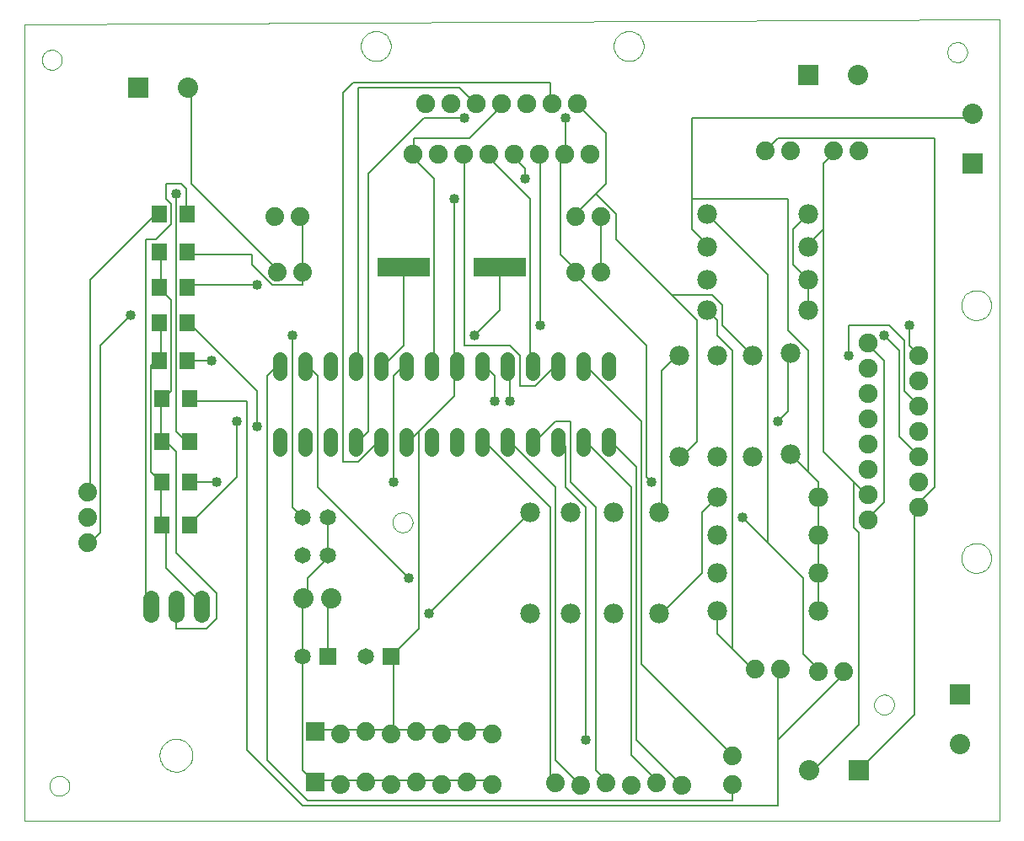
<source format=gtl>
G75*
G70*
%OFA0B0*%
%FSLAX24Y24*%
%IPPOS*%
%LPD*%
%AMOC8*
5,1,8,0,0,1.08239X$1,22.5*
%
%ADD10C,0.0000*%
%ADD11C,0.0560*%
%ADD12R,0.2100X0.0760*%
%ADD13C,0.0650*%
%ADD14C,0.0640*%
%ADD15C,0.0800*%
%ADD16R,0.0650X0.0650*%
%ADD17R,0.0800X0.0800*%
%ADD18C,0.0740*%
%ADD19R,0.0630X0.0709*%
%ADD20C,0.0748*%
%ADD21C,0.0780*%
%ADD22R,0.0740X0.0740*%
%ADD23C,0.0080*%
%ADD24C,0.0400*%
D10*
X000101Y000101D02*
X000101Y031597D01*
X038671Y031797D01*
X038671Y000101D01*
X000101Y000101D01*
X001094Y001488D02*
X001096Y001527D01*
X001102Y001566D01*
X001112Y001604D01*
X001125Y001641D01*
X001142Y001676D01*
X001162Y001710D01*
X001186Y001741D01*
X001213Y001770D01*
X001242Y001796D01*
X001274Y001819D01*
X001308Y001839D01*
X001344Y001855D01*
X001381Y001867D01*
X001420Y001876D01*
X001459Y001881D01*
X001498Y001882D01*
X001537Y001879D01*
X001576Y001872D01*
X001613Y001861D01*
X001650Y001847D01*
X001685Y001829D01*
X001718Y001808D01*
X001749Y001783D01*
X001777Y001756D01*
X001802Y001726D01*
X001824Y001693D01*
X001843Y001659D01*
X001858Y001623D01*
X001870Y001585D01*
X001878Y001547D01*
X001882Y001508D01*
X001882Y001468D01*
X001878Y001429D01*
X001870Y001391D01*
X001858Y001353D01*
X001843Y001317D01*
X001824Y001283D01*
X001802Y001250D01*
X001777Y001220D01*
X001749Y001193D01*
X001718Y001168D01*
X001685Y001147D01*
X001650Y001129D01*
X001613Y001115D01*
X001576Y001104D01*
X001537Y001097D01*
X001498Y001094D01*
X001459Y001095D01*
X001420Y001100D01*
X001381Y001109D01*
X001344Y001121D01*
X001308Y001137D01*
X001274Y001157D01*
X001242Y001180D01*
X001213Y001206D01*
X001186Y001235D01*
X001162Y001266D01*
X001142Y001300D01*
X001125Y001335D01*
X001112Y001372D01*
X001102Y001410D01*
X001096Y001449D01*
X001094Y001488D01*
X005451Y002701D02*
X005453Y002751D01*
X005459Y002801D01*
X005469Y002851D01*
X005482Y002899D01*
X005499Y002947D01*
X005520Y002993D01*
X005544Y003037D01*
X005572Y003079D01*
X005603Y003119D01*
X005637Y003156D01*
X005674Y003191D01*
X005713Y003222D01*
X005754Y003251D01*
X005798Y003276D01*
X005844Y003298D01*
X005891Y003316D01*
X005939Y003330D01*
X005988Y003341D01*
X006038Y003348D01*
X006088Y003351D01*
X006139Y003350D01*
X006189Y003345D01*
X006239Y003336D01*
X006287Y003324D01*
X006335Y003307D01*
X006381Y003287D01*
X006426Y003264D01*
X006469Y003237D01*
X006509Y003207D01*
X006547Y003174D01*
X006582Y003138D01*
X006615Y003099D01*
X006644Y003058D01*
X006670Y003015D01*
X006693Y002970D01*
X006712Y002923D01*
X006727Y002875D01*
X006739Y002826D01*
X006747Y002776D01*
X006751Y002726D01*
X006751Y002676D01*
X006747Y002626D01*
X006739Y002576D01*
X006727Y002527D01*
X006712Y002479D01*
X006693Y002432D01*
X006670Y002387D01*
X006644Y002344D01*
X006615Y002303D01*
X006582Y002264D01*
X006547Y002228D01*
X006509Y002195D01*
X006469Y002165D01*
X006426Y002138D01*
X006381Y002115D01*
X006335Y002095D01*
X006287Y002078D01*
X006239Y002066D01*
X006189Y002057D01*
X006139Y002052D01*
X006088Y002051D01*
X006038Y002054D01*
X005988Y002061D01*
X005939Y002072D01*
X005891Y002086D01*
X005844Y002104D01*
X005798Y002126D01*
X005754Y002151D01*
X005713Y002180D01*
X005674Y002211D01*
X005637Y002246D01*
X005603Y002283D01*
X005572Y002323D01*
X005544Y002365D01*
X005520Y002409D01*
X005499Y002455D01*
X005482Y002503D01*
X005469Y002551D01*
X005459Y002601D01*
X005453Y002651D01*
X005451Y002701D01*
X014667Y011912D02*
X014669Y011951D01*
X014675Y011990D01*
X014685Y012028D01*
X014698Y012065D01*
X014715Y012100D01*
X014735Y012134D01*
X014759Y012165D01*
X014786Y012194D01*
X014815Y012220D01*
X014847Y012243D01*
X014881Y012263D01*
X014917Y012279D01*
X014954Y012291D01*
X014993Y012300D01*
X015032Y012305D01*
X015071Y012306D01*
X015110Y012303D01*
X015149Y012296D01*
X015186Y012285D01*
X015223Y012271D01*
X015258Y012253D01*
X015291Y012232D01*
X015322Y012207D01*
X015350Y012180D01*
X015375Y012150D01*
X015397Y012117D01*
X015416Y012083D01*
X015431Y012047D01*
X015443Y012009D01*
X015451Y011971D01*
X015455Y011932D01*
X015455Y011892D01*
X015451Y011853D01*
X015443Y011815D01*
X015431Y011777D01*
X015416Y011741D01*
X015397Y011707D01*
X015375Y011674D01*
X015350Y011644D01*
X015322Y011617D01*
X015291Y011592D01*
X015258Y011571D01*
X015223Y011553D01*
X015186Y011539D01*
X015149Y011528D01*
X015110Y011521D01*
X015071Y011518D01*
X015032Y011519D01*
X014993Y011524D01*
X014954Y011533D01*
X014917Y011545D01*
X014881Y011561D01*
X014847Y011581D01*
X014815Y011604D01*
X014786Y011630D01*
X014759Y011659D01*
X014735Y011690D01*
X014715Y011724D01*
X014698Y011759D01*
X014685Y011796D01*
X014675Y011834D01*
X014669Y011873D01*
X014667Y011912D01*
X033707Y004701D02*
X033709Y004740D01*
X033715Y004779D01*
X033725Y004817D01*
X033738Y004854D01*
X033755Y004889D01*
X033775Y004923D01*
X033799Y004954D01*
X033826Y004983D01*
X033855Y005009D01*
X033887Y005032D01*
X033921Y005052D01*
X033957Y005068D01*
X033994Y005080D01*
X034033Y005089D01*
X034072Y005094D01*
X034111Y005095D01*
X034150Y005092D01*
X034189Y005085D01*
X034226Y005074D01*
X034263Y005060D01*
X034298Y005042D01*
X034331Y005021D01*
X034362Y004996D01*
X034390Y004969D01*
X034415Y004939D01*
X034437Y004906D01*
X034456Y004872D01*
X034471Y004836D01*
X034483Y004798D01*
X034491Y004760D01*
X034495Y004721D01*
X034495Y004681D01*
X034491Y004642D01*
X034483Y004604D01*
X034471Y004566D01*
X034456Y004530D01*
X034437Y004496D01*
X034415Y004463D01*
X034390Y004433D01*
X034362Y004406D01*
X034331Y004381D01*
X034298Y004360D01*
X034263Y004342D01*
X034226Y004328D01*
X034189Y004317D01*
X034150Y004310D01*
X034111Y004307D01*
X034072Y004308D01*
X034033Y004313D01*
X033994Y004322D01*
X033957Y004334D01*
X033921Y004350D01*
X033887Y004370D01*
X033855Y004393D01*
X033826Y004419D01*
X033799Y004448D01*
X033775Y004479D01*
X033755Y004513D01*
X033738Y004548D01*
X033725Y004585D01*
X033715Y004623D01*
X033709Y004662D01*
X033707Y004701D01*
X037161Y010501D02*
X037163Y010549D01*
X037169Y010597D01*
X037179Y010644D01*
X037192Y010690D01*
X037209Y010735D01*
X037230Y010778D01*
X037255Y010820D01*
X037282Y010859D01*
X037313Y010896D01*
X037347Y010931D01*
X037383Y010962D01*
X037422Y010991D01*
X037463Y011016D01*
X037506Y011038D01*
X037550Y011056D01*
X037596Y011070D01*
X037643Y011081D01*
X037691Y011088D01*
X037739Y011091D01*
X037787Y011090D01*
X037835Y011085D01*
X037882Y011076D01*
X037929Y011064D01*
X037974Y011047D01*
X038018Y011027D01*
X038060Y011004D01*
X038100Y010977D01*
X038137Y010947D01*
X038172Y010914D01*
X038205Y010878D01*
X038234Y010840D01*
X038260Y010799D01*
X038283Y010757D01*
X038302Y010713D01*
X038317Y010667D01*
X038329Y010621D01*
X038337Y010573D01*
X038341Y010525D01*
X038341Y010477D01*
X038337Y010429D01*
X038329Y010381D01*
X038317Y010335D01*
X038302Y010289D01*
X038283Y010245D01*
X038260Y010203D01*
X038234Y010162D01*
X038205Y010124D01*
X038172Y010088D01*
X038137Y010055D01*
X038100Y010025D01*
X038060Y009998D01*
X038018Y009975D01*
X037974Y009955D01*
X037929Y009938D01*
X037882Y009926D01*
X037835Y009917D01*
X037787Y009912D01*
X037739Y009911D01*
X037691Y009914D01*
X037643Y009921D01*
X037596Y009932D01*
X037550Y009946D01*
X037506Y009964D01*
X037463Y009986D01*
X037422Y010011D01*
X037383Y010040D01*
X037347Y010071D01*
X037313Y010106D01*
X037282Y010143D01*
X037255Y010182D01*
X037230Y010224D01*
X037209Y010267D01*
X037192Y010312D01*
X037179Y010358D01*
X037169Y010405D01*
X037163Y010453D01*
X037161Y010501D01*
X037161Y020501D02*
X037163Y020549D01*
X037169Y020597D01*
X037179Y020644D01*
X037192Y020690D01*
X037209Y020735D01*
X037230Y020778D01*
X037255Y020820D01*
X037282Y020859D01*
X037313Y020896D01*
X037347Y020931D01*
X037383Y020962D01*
X037422Y020991D01*
X037463Y021016D01*
X037506Y021038D01*
X037550Y021056D01*
X037596Y021070D01*
X037643Y021081D01*
X037691Y021088D01*
X037739Y021091D01*
X037787Y021090D01*
X037835Y021085D01*
X037882Y021076D01*
X037929Y021064D01*
X037974Y021047D01*
X038018Y021027D01*
X038060Y021004D01*
X038100Y020977D01*
X038137Y020947D01*
X038172Y020914D01*
X038205Y020878D01*
X038234Y020840D01*
X038260Y020799D01*
X038283Y020757D01*
X038302Y020713D01*
X038317Y020667D01*
X038329Y020621D01*
X038337Y020573D01*
X038341Y020525D01*
X038341Y020477D01*
X038337Y020429D01*
X038329Y020381D01*
X038317Y020335D01*
X038302Y020289D01*
X038283Y020245D01*
X038260Y020203D01*
X038234Y020162D01*
X038205Y020124D01*
X038172Y020088D01*
X038137Y020055D01*
X038100Y020025D01*
X038060Y019998D01*
X038018Y019975D01*
X037974Y019955D01*
X037929Y019938D01*
X037882Y019926D01*
X037835Y019917D01*
X037787Y019912D01*
X037739Y019911D01*
X037691Y019914D01*
X037643Y019921D01*
X037596Y019932D01*
X037550Y019946D01*
X037506Y019964D01*
X037463Y019986D01*
X037422Y020011D01*
X037383Y020040D01*
X037347Y020071D01*
X037313Y020106D01*
X037282Y020143D01*
X037255Y020182D01*
X037230Y020224D01*
X037209Y020267D01*
X037192Y020312D01*
X037179Y020358D01*
X037169Y020405D01*
X037163Y020453D01*
X037161Y020501D01*
X036602Y030509D02*
X036604Y030548D01*
X036610Y030587D01*
X036620Y030625D01*
X036633Y030662D01*
X036650Y030697D01*
X036670Y030731D01*
X036694Y030762D01*
X036721Y030791D01*
X036750Y030817D01*
X036782Y030840D01*
X036816Y030860D01*
X036852Y030876D01*
X036889Y030888D01*
X036928Y030897D01*
X036967Y030902D01*
X037006Y030903D01*
X037045Y030900D01*
X037084Y030893D01*
X037121Y030882D01*
X037158Y030868D01*
X037193Y030850D01*
X037226Y030829D01*
X037257Y030804D01*
X037285Y030777D01*
X037310Y030747D01*
X037332Y030714D01*
X037351Y030680D01*
X037366Y030644D01*
X037378Y030606D01*
X037386Y030568D01*
X037390Y030529D01*
X037390Y030489D01*
X037386Y030450D01*
X037378Y030412D01*
X037366Y030374D01*
X037351Y030338D01*
X037332Y030304D01*
X037310Y030271D01*
X037285Y030241D01*
X037257Y030214D01*
X037226Y030189D01*
X037193Y030168D01*
X037158Y030150D01*
X037121Y030136D01*
X037084Y030125D01*
X037045Y030118D01*
X037006Y030115D01*
X036967Y030116D01*
X036928Y030121D01*
X036889Y030130D01*
X036852Y030142D01*
X036816Y030158D01*
X036782Y030178D01*
X036750Y030201D01*
X036721Y030227D01*
X036694Y030256D01*
X036670Y030287D01*
X036650Y030321D01*
X036633Y030356D01*
X036620Y030393D01*
X036610Y030431D01*
X036604Y030470D01*
X036602Y030509D01*
X023411Y030751D02*
X023413Y030799D01*
X023419Y030847D01*
X023429Y030894D01*
X023442Y030940D01*
X023459Y030985D01*
X023480Y031028D01*
X023505Y031070D01*
X023532Y031109D01*
X023563Y031146D01*
X023597Y031181D01*
X023633Y031212D01*
X023672Y031241D01*
X023713Y031266D01*
X023756Y031288D01*
X023800Y031306D01*
X023846Y031320D01*
X023893Y031331D01*
X023941Y031338D01*
X023989Y031341D01*
X024037Y031340D01*
X024085Y031335D01*
X024132Y031326D01*
X024179Y031314D01*
X024224Y031297D01*
X024268Y031277D01*
X024310Y031254D01*
X024350Y031227D01*
X024387Y031197D01*
X024422Y031164D01*
X024455Y031128D01*
X024484Y031090D01*
X024510Y031049D01*
X024533Y031007D01*
X024552Y030963D01*
X024567Y030917D01*
X024579Y030871D01*
X024587Y030823D01*
X024591Y030775D01*
X024591Y030727D01*
X024587Y030679D01*
X024579Y030631D01*
X024567Y030585D01*
X024552Y030539D01*
X024533Y030495D01*
X024510Y030453D01*
X024484Y030412D01*
X024455Y030374D01*
X024422Y030338D01*
X024387Y030305D01*
X024350Y030275D01*
X024310Y030248D01*
X024268Y030225D01*
X024224Y030205D01*
X024179Y030188D01*
X024132Y030176D01*
X024085Y030167D01*
X024037Y030162D01*
X023989Y030161D01*
X023941Y030164D01*
X023893Y030171D01*
X023846Y030182D01*
X023800Y030196D01*
X023756Y030214D01*
X023713Y030236D01*
X023672Y030261D01*
X023633Y030290D01*
X023597Y030321D01*
X023563Y030356D01*
X023532Y030393D01*
X023505Y030432D01*
X023480Y030474D01*
X023459Y030517D01*
X023442Y030562D01*
X023429Y030608D01*
X023419Y030655D01*
X023413Y030703D01*
X023411Y030751D01*
X013411Y030751D02*
X013413Y030799D01*
X013419Y030847D01*
X013429Y030894D01*
X013442Y030940D01*
X013459Y030985D01*
X013480Y031028D01*
X013505Y031070D01*
X013532Y031109D01*
X013563Y031146D01*
X013597Y031181D01*
X013633Y031212D01*
X013672Y031241D01*
X013713Y031266D01*
X013756Y031288D01*
X013800Y031306D01*
X013846Y031320D01*
X013893Y031331D01*
X013941Y031338D01*
X013989Y031341D01*
X014037Y031340D01*
X014085Y031335D01*
X014132Y031326D01*
X014179Y031314D01*
X014224Y031297D01*
X014268Y031277D01*
X014310Y031254D01*
X014350Y031227D01*
X014387Y031197D01*
X014422Y031164D01*
X014455Y031128D01*
X014484Y031090D01*
X014510Y031049D01*
X014533Y031007D01*
X014552Y030963D01*
X014567Y030917D01*
X014579Y030871D01*
X014587Y030823D01*
X014591Y030775D01*
X014591Y030727D01*
X014587Y030679D01*
X014579Y030631D01*
X014567Y030585D01*
X014552Y030539D01*
X014533Y030495D01*
X014510Y030453D01*
X014484Y030412D01*
X014455Y030374D01*
X014422Y030338D01*
X014387Y030305D01*
X014350Y030275D01*
X014310Y030248D01*
X014268Y030225D01*
X014224Y030205D01*
X014179Y030188D01*
X014132Y030176D01*
X014085Y030167D01*
X014037Y030162D01*
X013989Y030161D01*
X013941Y030164D01*
X013893Y030171D01*
X013846Y030182D01*
X013800Y030196D01*
X013756Y030214D01*
X013713Y030236D01*
X013672Y030261D01*
X013633Y030290D01*
X013597Y030321D01*
X013563Y030356D01*
X013532Y030393D01*
X013505Y030432D01*
X013480Y030474D01*
X013459Y030517D01*
X013442Y030562D01*
X013429Y030608D01*
X013419Y030655D01*
X013413Y030703D01*
X013411Y030751D01*
X000794Y030209D02*
X000796Y030248D01*
X000802Y030287D01*
X000812Y030325D01*
X000825Y030362D01*
X000842Y030397D01*
X000862Y030431D01*
X000886Y030462D01*
X000913Y030491D01*
X000942Y030517D01*
X000974Y030540D01*
X001008Y030560D01*
X001044Y030576D01*
X001081Y030588D01*
X001120Y030597D01*
X001159Y030602D01*
X001198Y030603D01*
X001237Y030600D01*
X001276Y030593D01*
X001313Y030582D01*
X001350Y030568D01*
X001385Y030550D01*
X001418Y030529D01*
X001449Y030504D01*
X001477Y030477D01*
X001502Y030447D01*
X001524Y030414D01*
X001543Y030380D01*
X001558Y030344D01*
X001570Y030306D01*
X001578Y030268D01*
X001582Y030229D01*
X001582Y030189D01*
X001578Y030150D01*
X001570Y030112D01*
X001558Y030074D01*
X001543Y030038D01*
X001524Y030004D01*
X001502Y029971D01*
X001477Y029941D01*
X001449Y029914D01*
X001418Y029889D01*
X001385Y029868D01*
X001350Y029850D01*
X001313Y029836D01*
X001276Y029825D01*
X001237Y029818D01*
X001198Y029815D01*
X001159Y029816D01*
X001120Y029821D01*
X001081Y029830D01*
X001044Y029842D01*
X001008Y029858D01*
X000974Y029878D01*
X000942Y029901D01*
X000913Y029927D01*
X000886Y029956D01*
X000862Y029987D01*
X000842Y030021D01*
X000825Y030056D01*
X000812Y030093D01*
X000802Y030131D01*
X000796Y030170D01*
X000794Y030209D01*
D11*
X010201Y018381D02*
X010201Y017821D01*
X011201Y017821D02*
X011201Y018381D01*
X012201Y018381D02*
X012201Y017821D01*
X013201Y017821D02*
X013201Y018381D01*
X014201Y018381D02*
X014201Y017821D01*
X015201Y017821D02*
X015201Y018381D01*
X016201Y018381D02*
X016201Y017821D01*
X017201Y017821D02*
X017201Y018381D01*
X018201Y018381D02*
X018201Y017821D01*
X019201Y017821D02*
X019201Y018381D01*
X020201Y018381D02*
X020201Y017821D01*
X021201Y017821D02*
X021201Y018381D01*
X022201Y018381D02*
X022201Y017821D01*
X023201Y017821D02*
X023201Y018381D01*
X023201Y015381D02*
X023201Y014821D01*
X022201Y014821D02*
X022201Y015381D01*
X021201Y015381D02*
X021201Y014821D01*
X020201Y014821D02*
X020201Y015381D01*
X019201Y015381D02*
X019201Y014821D01*
X018201Y014821D02*
X018201Y015381D01*
X017201Y015381D02*
X017201Y014821D01*
X016201Y014821D02*
X016201Y015381D01*
X015201Y015381D02*
X015201Y014821D01*
X014201Y014821D02*
X014201Y015381D01*
X013201Y015381D02*
X013201Y014821D01*
X012201Y014821D02*
X012201Y015381D01*
X011201Y015381D02*
X011201Y014821D01*
X010201Y014821D02*
X010201Y015381D01*
D12*
X015101Y022001D03*
X018901Y022001D03*
D13*
X012101Y012101D03*
X011101Y012101D03*
X011101Y010601D03*
X012101Y010601D03*
X011101Y006601D03*
X013601Y006601D03*
D14*
X007101Y008281D02*
X007101Y008921D01*
X006101Y008921D02*
X006101Y008281D01*
X005101Y008281D02*
X005101Y008921D01*
D15*
X011151Y008901D03*
X012251Y008901D03*
X031132Y002101D03*
X037101Y003132D03*
X037601Y028069D03*
X033069Y029601D03*
X006569Y029101D03*
D16*
X012101Y006601D03*
X014601Y006601D03*
D17*
X033101Y002101D03*
X037101Y005101D03*
X037601Y026101D03*
X031101Y029601D03*
X004601Y029101D03*
D18*
X010001Y024001D03*
X011001Y024001D03*
X011101Y021801D03*
X010101Y021801D03*
X002601Y013101D03*
X002601Y012101D03*
X002601Y011101D03*
X012601Y003551D03*
X013601Y003651D03*
X014601Y003551D03*
X015601Y003651D03*
X016601Y003551D03*
X017601Y003651D03*
X018601Y003551D03*
X018601Y001551D03*
X017601Y001651D03*
X016601Y001551D03*
X015601Y001651D03*
X014601Y001551D03*
X013601Y001651D03*
X012601Y001551D03*
X021101Y001601D03*
X022101Y001501D03*
X023101Y001601D03*
X024101Y001501D03*
X025101Y001601D03*
X026101Y001501D03*
X028101Y001531D03*
X028101Y002671D03*
X029001Y006101D03*
X030001Y006101D03*
X031501Y006001D03*
X032501Y006001D03*
X022901Y021801D03*
X021901Y021801D03*
X021901Y024001D03*
X022901Y024001D03*
X029401Y026601D03*
X030401Y026601D03*
X032101Y026601D03*
X033101Y026601D03*
D19*
X006552Y024101D03*
X005450Y024101D03*
X005450Y022601D03*
X006552Y022601D03*
X006552Y021201D03*
X005450Y021201D03*
X005450Y019801D03*
X006552Y019801D03*
X006552Y018301D03*
X005450Y018301D03*
X005550Y016801D03*
X006652Y016801D03*
X006652Y015101D03*
X005550Y015101D03*
X005550Y013501D03*
X006652Y013501D03*
X006652Y011801D03*
X005550Y011801D03*
D20*
X015477Y026460D03*
X016477Y026460D03*
X017477Y026460D03*
X018477Y026460D03*
X019477Y026460D03*
X020477Y026460D03*
X021477Y026460D03*
X022477Y026460D03*
X021977Y028460D03*
X020977Y028460D03*
X019977Y028460D03*
X018977Y028460D03*
X017977Y028460D03*
X016977Y028460D03*
X015977Y028460D03*
X033460Y019024D03*
X033460Y018024D03*
X033460Y017024D03*
X033460Y016024D03*
X033460Y015024D03*
X033460Y014024D03*
X033460Y013024D03*
X033460Y012024D03*
X035460Y012524D03*
X035460Y013524D03*
X035460Y014524D03*
X035460Y015524D03*
X035460Y016524D03*
X035460Y017524D03*
X035460Y018524D03*
D21*
X031101Y020301D03*
X031101Y021501D03*
X031101Y022801D03*
X031101Y024101D03*
X027101Y024101D03*
X027101Y022801D03*
X027101Y021501D03*
X027101Y020301D03*
X027501Y018501D03*
X028901Y018501D03*
X030401Y018601D03*
X026001Y018501D03*
X026001Y014501D03*
X027501Y014501D03*
X028901Y014501D03*
X030401Y014601D03*
X031501Y012901D03*
X031501Y011401D03*
X031501Y009901D03*
X031501Y008401D03*
X027501Y008401D03*
X027501Y009901D03*
X027501Y011401D03*
X027501Y012901D03*
X025201Y012301D03*
X023401Y012301D03*
X021701Y012301D03*
X020101Y012301D03*
X020101Y008301D03*
X021701Y008301D03*
X023401Y008301D03*
X025201Y008301D03*
D22*
X011601Y003651D03*
X011601Y001651D03*
D23*
X011501Y001701D01*
X011101Y002101D01*
X011101Y006601D01*
X011101Y008901D01*
X011151Y008901D01*
X011301Y008901D01*
X011301Y009701D01*
X012101Y010501D01*
X012101Y010601D01*
X012101Y012101D01*
X011101Y012101D02*
X010701Y012501D01*
X010701Y019301D01*
X011201Y018101D02*
X011301Y018101D01*
X011701Y017701D01*
X011701Y013301D01*
X015301Y009701D01*
X016101Y008301D02*
X020101Y012301D01*
X020901Y012501D02*
X020901Y001901D01*
X021101Y001701D01*
X021101Y001601D01*
X021101Y002501D02*
X022101Y001501D01*
X022701Y002101D02*
X023101Y001701D01*
X023101Y001601D01*
X022701Y002101D02*
X022701Y012501D01*
X021701Y013501D01*
X021701Y015901D01*
X021101Y015901D01*
X020301Y015101D01*
X020201Y015101D01*
X021201Y015101D02*
X021301Y015101D01*
X021501Y014901D01*
X021501Y013301D01*
X022301Y012501D01*
X022301Y003301D01*
X021101Y002501D02*
X021101Y013301D01*
X019301Y015101D01*
X019201Y015101D01*
X018301Y015101D02*
X018201Y015101D01*
X018301Y015101D02*
X020901Y012501D01*
X022201Y015101D02*
X022301Y015101D01*
X024101Y013301D01*
X024101Y002701D01*
X025101Y001701D01*
X025101Y001601D01*
X026101Y001501D02*
X024301Y003301D01*
X024301Y014101D01*
X023301Y015101D01*
X023201Y015101D01*
X024501Y015901D02*
X024501Y006301D01*
X028101Y002701D01*
X028101Y002671D01*
X028101Y001531D02*
X028101Y000901D01*
X011301Y000901D01*
X009701Y002501D01*
X009701Y017701D01*
X010101Y018101D01*
X010201Y018101D01*
X009301Y017101D02*
X009301Y015701D01*
X008501Y015901D02*
X008501Y013701D01*
X006701Y011901D01*
X006652Y011801D01*
X005701Y011701D02*
X005550Y011801D01*
X005501Y011901D01*
X005501Y013501D01*
X005550Y013501D01*
X005501Y013501D02*
X005101Y013901D01*
X005101Y018101D01*
X005301Y018301D01*
X005450Y018301D01*
X005501Y018301D01*
X005501Y019701D01*
X005450Y019801D01*
X005901Y020701D02*
X005901Y017101D01*
X005701Y016901D01*
X005550Y016801D01*
X005501Y016701D01*
X005501Y015101D01*
X005550Y015101D01*
X005701Y015101D01*
X006101Y014701D01*
X006101Y010701D01*
X007701Y009101D01*
X007701Y008101D01*
X007301Y007701D01*
X006101Y007701D01*
X006101Y008601D01*
X007101Y008601D02*
X007101Y008701D01*
X005701Y010101D01*
X005701Y011701D01*
X006652Y013501D02*
X007701Y013501D01*
X006652Y015101D02*
X006501Y015101D01*
X006101Y015501D01*
X006101Y024901D01*
X006301Y025301D02*
X005701Y025301D01*
X005701Y024701D01*
X005901Y024501D01*
X005901Y023701D01*
X005301Y023101D01*
X004901Y023101D01*
X004901Y008901D01*
X005101Y008701D01*
X005101Y008601D01*
X002701Y011101D02*
X002601Y011101D01*
X002701Y011101D02*
X003101Y011501D01*
X003101Y018901D01*
X004301Y020101D01*
X005501Y021101D02*
X005450Y021201D01*
X005501Y021301D01*
X005501Y022501D01*
X005450Y022601D01*
X006552Y022601D02*
X006701Y022501D01*
X009101Y022501D01*
X009101Y022101D01*
X009901Y021301D01*
X011101Y021301D01*
X011101Y021801D01*
X011101Y023901D01*
X011001Y024001D01*
X010101Y021901D02*
X010101Y021801D01*
X010101Y021901D02*
X006701Y025301D01*
X006701Y029101D01*
X006569Y029101D01*
X006301Y025301D02*
X006501Y025101D01*
X006501Y024101D01*
X006552Y024101D01*
X005450Y024101D02*
X005301Y024101D01*
X002701Y021501D01*
X002701Y013101D01*
X002601Y013101D01*
X006701Y016701D02*
X006652Y016801D01*
X006701Y016701D02*
X008901Y016701D01*
X008901Y002901D01*
X011101Y000701D01*
X029901Y000701D01*
X029901Y003301D01*
X032501Y005901D01*
X032501Y006001D01*
X031501Y006001D02*
X031501Y006101D01*
X030901Y006701D01*
X030901Y009701D01*
X029501Y011101D01*
X029501Y021701D01*
X027101Y024101D01*
X026501Y024701D02*
X026501Y023501D01*
X027101Y022901D01*
X027101Y022801D01*
X027301Y020901D02*
X025701Y020901D01*
X026701Y019901D01*
X026701Y015101D01*
X026101Y014501D01*
X026001Y014501D01*
X024901Y013501D02*
X024701Y013701D01*
X024701Y018901D01*
X021901Y021701D01*
X021901Y021801D01*
X021901Y021901D01*
X021301Y022501D01*
X021301Y026301D01*
X021477Y026460D01*
X021501Y026501D01*
X021501Y027901D01*
X022101Y028301D02*
X021977Y028460D01*
X022101Y028301D02*
X023101Y027301D01*
X023101Y025301D01*
X022701Y024901D01*
X023501Y024101D01*
X023501Y023101D01*
X025701Y020901D01*
X027101Y020301D02*
X027501Y019901D01*
X027501Y019301D01*
X028101Y018701D01*
X028101Y006901D01*
X028901Y006101D01*
X029001Y006101D01*
X029901Y006101D02*
X030001Y006101D01*
X029901Y006101D02*
X029901Y003301D01*
X031132Y002101D02*
X031301Y002101D01*
X033101Y003901D01*
X033101Y011501D01*
X032901Y011701D01*
X032901Y013501D01*
X033301Y013101D01*
X033460Y013024D01*
X032901Y013501D02*
X031701Y014701D01*
X031701Y023501D01*
X031101Y022901D01*
X031101Y022801D01*
X031701Y023501D02*
X031701Y026101D01*
X032101Y026501D01*
X032101Y026601D01*
X029901Y027101D02*
X029401Y026601D01*
X029901Y027101D02*
X036101Y027101D01*
X036101Y013301D01*
X035501Y012701D01*
X035460Y012524D01*
X035301Y012501D01*
X035301Y004301D01*
X033101Y002101D01*
X028101Y006901D02*
X027501Y007501D01*
X027501Y008401D01*
X026901Y009901D02*
X026901Y012301D01*
X027501Y012901D01*
X028501Y012101D02*
X029501Y011101D01*
X031501Y011401D02*
X031501Y012901D01*
X031501Y013501D01*
X031101Y013901D01*
X031101Y018701D01*
X030301Y019501D01*
X030301Y024701D01*
X026501Y024701D01*
X026501Y027901D01*
X037501Y027901D01*
X037601Y028069D01*
X031101Y024101D02*
X030501Y023501D01*
X030501Y022101D01*
X031101Y021501D01*
X031101Y020301D01*
X032701Y019701D02*
X032701Y018501D01*
X033501Y018901D02*
X033460Y019024D01*
X033501Y018901D02*
X034101Y018301D01*
X034101Y012701D01*
X033501Y012101D01*
X033460Y012024D01*
X031501Y011401D02*
X031501Y009901D01*
X031501Y008401D01*
X026901Y009901D02*
X025301Y008301D01*
X025201Y008301D01*
X025201Y012301D02*
X025301Y012301D01*
X025301Y017901D01*
X025901Y018501D01*
X026001Y018501D01*
X027701Y019701D02*
X027701Y020501D01*
X027301Y020901D01*
X027701Y019701D02*
X028901Y018501D01*
X030301Y018501D02*
X030401Y018601D01*
X030301Y018501D02*
X030301Y016301D01*
X029901Y015901D01*
X030401Y014601D02*
X031101Y013901D01*
X034701Y015301D02*
X035301Y014701D01*
X035460Y014524D01*
X034701Y015301D02*
X034701Y018701D01*
X034101Y019301D01*
X034301Y019701D02*
X032701Y019701D01*
X034301Y019701D02*
X034901Y019101D01*
X034901Y017101D01*
X035301Y016701D01*
X035460Y016524D01*
X035460Y018524D02*
X035301Y018701D01*
X035101Y018901D01*
X035101Y019701D01*
X024501Y015901D02*
X022301Y018101D01*
X022201Y018101D01*
X021201Y018101D02*
X021101Y018101D01*
X020301Y017301D01*
X019701Y017301D01*
X019701Y018501D01*
X019301Y018901D01*
X017501Y018901D01*
X017501Y026301D01*
X017477Y026460D01*
X017701Y027101D02*
X015501Y027101D01*
X015501Y026501D01*
X015477Y026460D01*
X015501Y026301D01*
X016301Y025501D01*
X016301Y018101D01*
X016201Y018101D01*
X017101Y018101D02*
X017201Y018101D01*
X017101Y018101D02*
X017101Y024701D01*
X018501Y026301D02*
X018477Y026460D01*
X018501Y026301D02*
X020101Y024701D01*
X020101Y018101D01*
X020201Y018101D01*
X019301Y018101D02*
X019201Y018101D01*
X019301Y018101D02*
X019301Y016701D01*
X018701Y016701D02*
X018701Y017701D01*
X018301Y018101D01*
X018201Y018101D01*
X017101Y018101D02*
X017101Y016901D01*
X015701Y015501D01*
X015701Y007701D01*
X014601Y006601D01*
X014701Y006501D01*
X014701Y003701D01*
X014601Y003551D01*
X014501Y003701D01*
X013701Y003701D01*
X013601Y003651D01*
X013501Y003701D01*
X012701Y003701D01*
X012601Y003551D01*
X012501Y003701D01*
X011701Y003701D01*
X011601Y003651D01*
X011701Y001701D02*
X011601Y001651D01*
X011701Y001701D02*
X012501Y001701D01*
X012601Y001551D01*
X012701Y001701D01*
X013501Y001701D01*
X013601Y001651D01*
X013701Y001701D01*
X014501Y001701D01*
X014601Y001551D01*
X014701Y001701D01*
X015501Y001701D01*
X015601Y001651D01*
X015701Y001701D01*
X016501Y001701D01*
X016601Y001551D01*
X016701Y001701D01*
X017501Y001701D01*
X017601Y001651D01*
X017701Y001701D01*
X018501Y001701D01*
X018601Y001551D01*
X018601Y003551D02*
X018501Y003701D01*
X017701Y003701D01*
X017601Y003651D01*
X017501Y003701D01*
X016701Y003701D01*
X016601Y003551D01*
X016501Y003701D01*
X015701Y003701D01*
X015601Y003651D01*
X015501Y003701D01*
X014701Y003701D01*
X012101Y006601D02*
X012101Y008901D01*
X012251Y008901D01*
X014701Y013501D02*
X014701Y017701D01*
X015101Y018101D01*
X015201Y018101D01*
X015101Y018901D02*
X015101Y022001D01*
X017901Y019301D02*
X018901Y020301D01*
X018901Y022001D01*
X020501Y019701D02*
X020501Y026301D01*
X020477Y026460D01*
X019901Y025901D02*
X019901Y025501D01*
X019901Y025901D02*
X019501Y026301D01*
X019477Y026460D01*
X017701Y027101D02*
X018901Y028301D01*
X018977Y028460D01*
X017977Y028460D02*
X017901Y028501D01*
X017301Y029101D01*
X013301Y029101D01*
X013301Y018101D01*
X013201Y018101D01*
X014201Y018101D02*
X014301Y018101D01*
X015101Y018901D01*
X015701Y015501D02*
X015301Y015101D01*
X015201Y015101D01*
X014201Y015101D02*
X014101Y015101D01*
X013301Y014301D01*
X012701Y014301D01*
X012701Y028901D01*
X013101Y029301D01*
X020901Y029301D01*
X020901Y028501D01*
X020977Y028460D01*
X017501Y027901D02*
X015901Y027901D01*
X013701Y025701D01*
X013701Y015501D01*
X013301Y015101D01*
X013201Y015101D01*
X009301Y017101D02*
X006701Y019701D01*
X006552Y019801D01*
X005901Y020701D02*
X005501Y021101D01*
X006552Y021201D02*
X006701Y021301D01*
X009301Y021301D01*
X007501Y018301D02*
X006552Y018301D01*
X021901Y024001D02*
X021901Y024101D01*
X022701Y024901D01*
X022901Y024001D02*
X022901Y021801D01*
D24*
X020501Y019701D03*
X017901Y019301D03*
X018701Y016701D03*
X019301Y016701D03*
X014701Y013501D03*
X015301Y009701D03*
X016101Y008301D03*
X022301Y003301D03*
X028501Y012101D03*
X024901Y013501D03*
X029901Y015901D03*
X032701Y018501D03*
X034101Y019301D03*
X035101Y019701D03*
X021501Y027901D03*
X019901Y025501D03*
X017501Y027901D03*
X017101Y024701D03*
X010701Y019301D03*
X009301Y021301D03*
X007501Y018301D03*
X008501Y015901D03*
X009301Y015701D03*
X007701Y013501D03*
X004301Y020101D03*
X006101Y024901D03*
M02*

</source>
